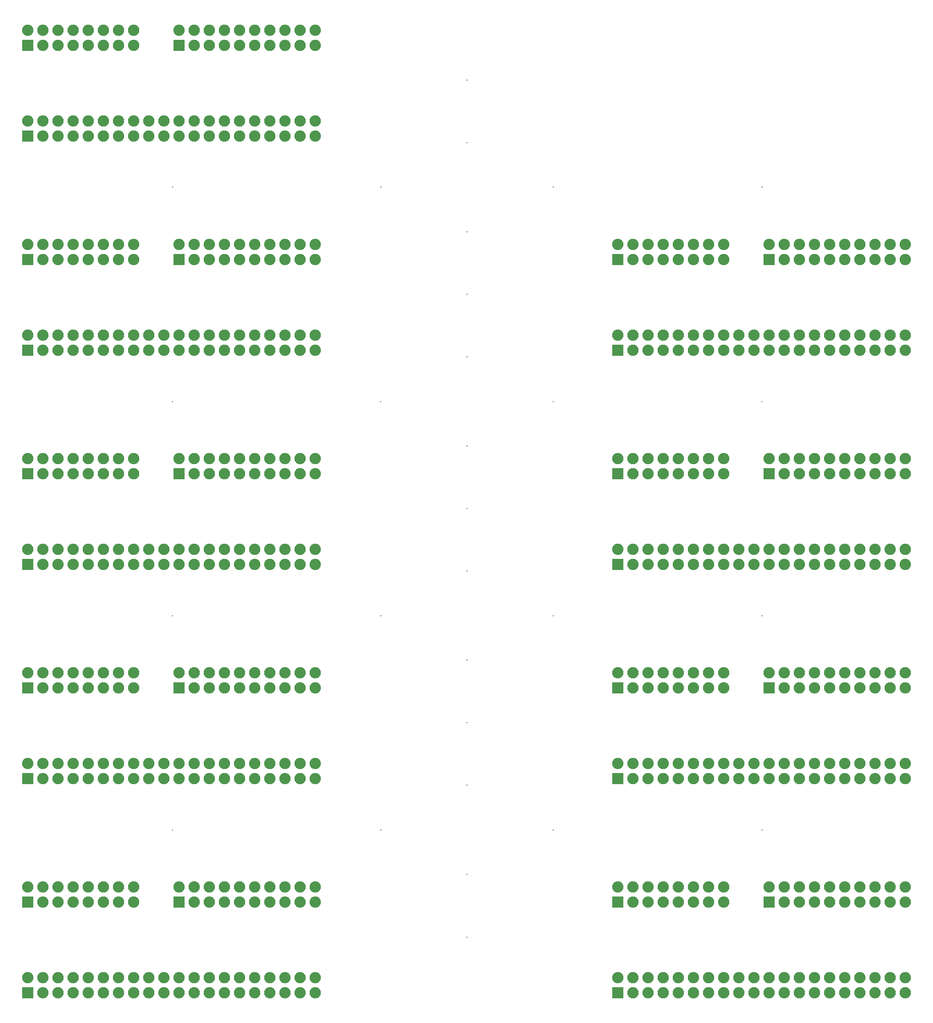
<source format=gts>
G04*
G04 #@! TF.GenerationSoftware,Altium Limited,Altium Designer,22.6.1 (34)*
G04*
G04 Layer_Color=8388736*
%FSLAX24Y24*%
%MOIN*%
G70*
G04*
G04 #@! TF.SameCoordinates,E1D52860-6489-4A1D-BE11-D1A6212AA477*
G04*
G04*
G04 #@! TF.FilePolarity,Negative*
G04*
G01*
G75*
%ADD24C,0.0080*%
%ADD25C,0.0749*%
%ADD26R,0.0749X0.0749*%
D24*
X19291Y56496D02*
D03*
X58268D02*
D03*
X44488D02*
D03*
X58268Y42323D02*
D03*
X44488D02*
D03*
X38780Y59449D02*
D03*
Y63583D02*
D03*
X58268Y28150D02*
D03*
X44488D02*
D03*
Y13976D02*
D03*
X58268D02*
D03*
X38780Y11024D02*
D03*
Y6890D02*
D03*
X19291Y13976D02*
D03*
X33071D02*
D03*
X38780Y16929D02*
D03*
Y21063D02*
D03*
Y25197D02*
D03*
X19291Y28150D02*
D03*
X33071D02*
D03*
X38780Y31102D02*
D03*
Y35236D02*
D03*
Y39370D02*
D03*
Y53543D02*
D03*
Y49409D02*
D03*
Y45276D02*
D03*
X33071Y42323D02*
D03*
X19291D02*
D03*
X33071Y56496D02*
D03*
D25*
X67724Y32539D02*
D03*
Y31539D02*
D03*
X66724Y32539D02*
D03*
Y31539D02*
D03*
X65724Y32539D02*
D03*
Y31539D02*
D03*
X64724Y32539D02*
D03*
Y31539D02*
D03*
X63724Y32539D02*
D03*
Y31539D02*
D03*
X62724Y32539D02*
D03*
Y31539D02*
D03*
X61724Y32539D02*
D03*
Y31539D02*
D03*
X60724Y32539D02*
D03*
Y31539D02*
D03*
X59724Y32539D02*
D03*
Y31539D02*
D03*
X58724Y32539D02*
D03*
Y31539D02*
D03*
X57724Y32539D02*
D03*
Y31539D02*
D03*
X56724Y32539D02*
D03*
Y31539D02*
D03*
X55724Y32539D02*
D03*
Y31539D02*
D03*
X54724Y32539D02*
D03*
Y31539D02*
D03*
X53724Y32539D02*
D03*
Y31539D02*
D03*
X52724Y32539D02*
D03*
Y31539D02*
D03*
X50724D02*
D03*
Y32539D02*
D03*
X49724Y31539D02*
D03*
Y32539D02*
D03*
X48724D02*
D03*
X51724D02*
D03*
Y31539D02*
D03*
X12748Y17366D02*
D03*
Y18366D02*
D03*
X9748D02*
D03*
X10748D02*
D03*
Y17366D02*
D03*
X11748Y18366D02*
D03*
Y17366D02*
D03*
X13748D02*
D03*
Y18366D02*
D03*
X14748Y17366D02*
D03*
Y18366D02*
D03*
X15748Y17366D02*
D03*
Y18366D02*
D03*
X16748Y17366D02*
D03*
Y18366D02*
D03*
X17748Y17366D02*
D03*
Y18366D02*
D03*
X18748Y17366D02*
D03*
Y18366D02*
D03*
X19748Y17366D02*
D03*
Y18366D02*
D03*
X20748Y17366D02*
D03*
Y18366D02*
D03*
X21748Y17366D02*
D03*
Y18366D02*
D03*
X22748Y17366D02*
D03*
Y18366D02*
D03*
X23748Y17366D02*
D03*
Y18366D02*
D03*
X24748Y17366D02*
D03*
Y18366D02*
D03*
X25748Y17366D02*
D03*
Y18366D02*
D03*
X26748Y17366D02*
D03*
Y18366D02*
D03*
X27748Y17366D02*
D03*
Y18366D02*
D03*
X28748Y17366D02*
D03*
Y18366D02*
D03*
X67724Y4193D02*
D03*
Y3193D02*
D03*
X66724Y4193D02*
D03*
Y3193D02*
D03*
X65724Y4193D02*
D03*
Y3193D02*
D03*
X64724Y4193D02*
D03*
Y3193D02*
D03*
X63724Y4193D02*
D03*
Y3193D02*
D03*
X62724Y4193D02*
D03*
Y3193D02*
D03*
X61724Y4193D02*
D03*
Y3193D02*
D03*
X60724Y4193D02*
D03*
Y3193D02*
D03*
X59724Y4193D02*
D03*
Y3193D02*
D03*
X58724Y4193D02*
D03*
Y3193D02*
D03*
X57724Y4193D02*
D03*
Y3193D02*
D03*
X56724Y4193D02*
D03*
Y3193D02*
D03*
X55724Y4193D02*
D03*
Y3193D02*
D03*
X54724Y4193D02*
D03*
Y3193D02*
D03*
X53724Y4193D02*
D03*
Y3193D02*
D03*
X52724Y4193D02*
D03*
Y3193D02*
D03*
X50724D02*
D03*
Y4193D02*
D03*
X49724Y3193D02*
D03*
Y4193D02*
D03*
X48724D02*
D03*
X51724D02*
D03*
Y3193D02*
D03*
X61724Y9193D02*
D03*
Y10193D02*
D03*
X58724D02*
D03*
X59724D02*
D03*
Y9193D02*
D03*
X60724Y10193D02*
D03*
Y9193D02*
D03*
X62724D02*
D03*
Y10193D02*
D03*
X63724Y9193D02*
D03*
Y10193D02*
D03*
X64724Y9193D02*
D03*
Y10193D02*
D03*
X65724Y9193D02*
D03*
Y10193D02*
D03*
X66724Y9193D02*
D03*
Y10193D02*
D03*
X67724Y9193D02*
D03*
Y10193D02*
D03*
X53724D02*
D03*
Y9193D02*
D03*
X52724Y10193D02*
D03*
Y9193D02*
D03*
X50724D02*
D03*
Y10193D02*
D03*
X49724Y9193D02*
D03*
Y10193D02*
D03*
X48724D02*
D03*
X51724D02*
D03*
Y9193D02*
D03*
X54724D02*
D03*
Y10193D02*
D03*
X55724Y9193D02*
D03*
Y10193D02*
D03*
X67724Y18366D02*
D03*
Y17366D02*
D03*
X66724Y18366D02*
D03*
Y17366D02*
D03*
X65724Y18366D02*
D03*
Y17366D02*
D03*
X64724Y18366D02*
D03*
Y17366D02*
D03*
X63724Y18366D02*
D03*
Y17366D02*
D03*
X62724Y18366D02*
D03*
Y17366D02*
D03*
X61724Y18366D02*
D03*
Y17366D02*
D03*
X60724Y18366D02*
D03*
Y17366D02*
D03*
X59724Y18366D02*
D03*
Y17366D02*
D03*
X58724Y18366D02*
D03*
Y17366D02*
D03*
X57724Y18366D02*
D03*
Y17366D02*
D03*
X56724Y18366D02*
D03*
Y17366D02*
D03*
X55724Y18366D02*
D03*
Y17366D02*
D03*
X54724Y18366D02*
D03*
Y17366D02*
D03*
X53724Y18366D02*
D03*
Y17366D02*
D03*
X52724Y18366D02*
D03*
Y17366D02*
D03*
X50724D02*
D03*
Y18366D02*
D03*
X49724Y17366D02*
D03*
Y18366D02*
D03*
X48724D02*
D03*
X51724D02*
D03*
Y17366D02*
D03*
X61724Y23366D02*
D03*
Y24366D02*
D03*
X58724D02*
D03*
X59724D02*
D03*
Y23366D02*
D03*
X60724Y24366D02*
D03*
Y23366D02*
D03*
X62724D02*
D03*
Y24366D02*
D03*
X63724Y23366D02*
D03*
Y24366D02*
D03*
X64724Y23366D02*
D03*
Y24366D02*
D03*
X65724Y23366D02*
D03*
Y24366D02*
D03*
X66724Y23366D02*
D03*
Y24366D02*
D03*
X67724Y23366D02*
D03*
Y24366D02*
D03*
X53724D02*
D03*
Y23366D02*
D03*
X52724Y24366D02*
D03*
Y23366D02*
D03*
X50724D02*
D03*
Y24366D02*
D03*
X49724Y23366D02*
D03*
Y24366D02*
D03*
X48724D02*
D03*
X51724D02*
D03*
Y23366D02*
D03*
X54724D02*
D03*
Y24366D02*
D03*
X55724Y23366D02*
D03*
Y24366D02*
D03*
X61724Y37539D02*
D03*
Y38539D02*
D03*
X58724D02*
D03*
X59724D02*
D03*
Y37539D02*
D03*
X60724Y38539D02*
D03*
Y37539D02*
D03*
X62724D02*
D03*
Y38539D02*
D03*
X63724Y37539D02*
D03*
Y38539D02*
D03*
X64724Y37539D02*
D03*
Y38539D02*
D03*
X65724Y37539D02*
D03*
Y38539D02*
D03*
X66724Y37539D02*
D03*
Y38539D02*
D03*
X67724Y37539D02*
D03*
Y38539D02*
D03*
X53724D02*
D03*
Y37539D02*
D03*
X52724Y38539D02*
D03*
Y37539D02*
D03*
X50724D02*
D03*
Y38539D02*
D03*
X49724Y37539D02*
D03*
Y38539D02*
D03*
X48724D02*
D03*
X51724D02*
D03*
Y37539D02*
D03*
X54724D02*
D03*
Y38539D02*
D03*
X55724Y37539D02*
D03*
Y38539D02*
D03*
X67724Y46713D02*
D03*
Y45713D02*
D03*
X66724Y46713D02*
D03*
Y45713D02*
D03*
X65724Y46713D02*
D03*
Y45713D02*
D03*
X64724Y46713D02*
D03*
Y45713D02*
D03*
X63724Y46713D02*
D03*
Y45713D02*
D03*
X62724Y46713D02*
D03*
Y45713D02*
D03*
X61724Y46713D02*
D03*
Y45713D02*
D03*
X60724Y46713D02*
D03*
Y45713D02*
D03*
X59724Y46713D02*
D03*
Y45713D02*
D03*
X58724Y46713D02*
D03*
Y45713D02*
D03*
X57724Y46713D02*
D03*
Y45713D02*
D03*
X56724Y46713D02*
D03*
Y45713D02*
D03*
X55724Y46713D02*
D03*
Y45713D02*
D03*
X54724Y46713D02*
D03*
Y45713D02*
D03*
X53724Y46713D02*
D03*
Y45713D02*
D03*
X52724Y46713D02*
D03*
Y45713D02*
D03*
X50724D02*
D03*
Y46713D02*
D03*
X49724Y45713D02*
D03*
Y46713D02*
D03*
X48724D02*
D03*
X51724D02*
D03*
Y45713D02*
D03*
X61724Y51713D02*
D03*
Y52713D02*
D03*
X58724D02*
D03*
X59724D02*
D03*
Y51713D02*
D03*
X60724Y52713D02*
D03*
Y51713D02*
D03*
X62724D02*
D03*
Y52713D02*
D03*
X63724Y51713D02*
D03*
Y52713D02*
D03*
X64724Y51713D02*
D03*
Y52713D02*
D03*
X65724Y51713D02*
D03*
Y52713D02*
D03*
X66724Y51713D02*
D03*
Y52713D02*
D03*
X67724Y51713D02*
D03*
Y52713D02*
D03*
X53724D02*
D03*
Y51713D02*
D03*
X52724Y52713D02*
D03*
Y51713D02*
D03*
X50724D02*
D03*
Y52713D02*
D03*
X49724Y51713D02*
D03*
Y52713D02*
D03*
X48724D02*
D03*
X51724D02*
D03*
Y51713D02*
D03*
X54724D02*
D03*
Y52713D02*
D03*
X55724Y51713D02*
D03*
Y52713D02*
D03*
X22748Y65886D02*
D03*
Y66886D02*
D03*
X19748D02*
D03*
X20748D02*
D03*
Y65886D02*
D03*
X21748Y66886D02*
D03*
Y65886D02*
D03*
X23748D02*
D03*
Y66886D02*
D03*
X24748Y65886D02*
D03*
Y66886D02*
D03*
X25748Y65886D02*
D03*
Y66886D02*
D03*
X26748Y65886D02*
D03*
Y66886D02*
D03*
X27748Y65886D02*
D03*
Y66886D02*
D03*
X28748Y65886D02*
D03*
Y66886D02*
D03*
X14748D02*
D03*
Y65886D02*
D03*
X13748Y66886D02*
D03*
Y65886D02*
D03*
X11748D02*
D03*
Y66886D02*
D03*
X10748Y65886D02*
D03*
Y66886D02*
D03*
X9748D02*
D03*
X12748D02*
D03*
Y65886D02*
D03*
X15748D02*
D03*
Y66886D02*
D03*
X16748Y65886D02*
D03*
Y66886D02*
D03*
X28748Y60886D02*
D03*
Y59886D02*
D03*
X27748Y60886D02*
D03*
Y59886D02*
D03*
X26748Y60886D02*
D03*
Y59886D02*
D03*
X25748Y60886D02*
D03*
Y59886D02*
D03*
X24748Y60886D02*
D03*
Y59886D02*
D03*
X23748Y60886D02*
D03*
Y59886D02*
D03*
X22748Y60886D02*
D03*
Y59886D02*
D03*
X21748Y60886D02*
D03*
Y59886D02*
D03*
X20748Y60886D02*
D03*
Y59886D02*
D03*
X19748Y60886D02*
D03*
Y59886D02*
D03*
X18748Y60886D02*
D03*
Y59886D02*
D03*
X17748Y60886D02*
D03*
Y59886D02*
D03*
X16748Y60886D02*
D03*
Y59886D02*
D03*
X15748Y60886D02*
D03*
Y59886D02*
D03*
X14748Y60886D02*
D03*
Y59886D02*
D03*
X13748Y60886D02*
D03*
Y59886D02*
D03*
X11748D02*
D03*
Y60886D02*
D03*
X10748Y59886D02*
D03*
Y60886D02*
D03*
X9748D02*
D03*
X12748D02*
D03*
Y59886D02*
D03*
X22748Y51713D02*
D03*
Y52713D02*
D03*
X19748D02*
D03*
X20748D02*
D03*
Y51713D02*
D03*
X21748Y52713D02*
D03*
Y51713D02*
D03*
X23748D02*
D03*
Y52713D02*
D03*
X24748Y51713D02*
D03*
Y52713D02*
D03*
X25748Y51713D02*
D03*
Y52713D02*
D03*
X26748Y51713D02*
D03*
Y52713D02*
D03*
X27748Y51713D02*
D03*
Y52713D02*
D03*
X28748Y51713D02*
D03*
Y52713D02*
D03*
X14748D02*
D03*
Y51713D02*
D03*
X13748Y52713D02*
D03*
Y51713D02*
D03*
X11748D02*
D03*
Y52713D02*
D03*
X10748Y51713D02*
D03*
Y52713D02*
D03*
X9748D02*
D03*
X12748D02*
D03*
Y51713D02*
D03*
X15748D02*
D03*
Y52713D02*
D03*
X16748Y51713D02*
D03*
Y52713D02*
D03*
X28748Y46713D02*
D03*
Y45713D02*
D03*
X27748Y46713D02*
D03*
Y45713D02*
D03*
X26748Y46713D02*
D03*
Y45713D02*
D03*
X25748Y46713D02*
D03*
Y45713D02*
D03*
X24748Y46713D02*
D03*
Y45713D02*
D03*
X23748Y46713D02*
D03*
Y45713D02*
D03*
X22748Y46713D02*
D03*
Y45713D02*
D03*
X21748Y46713D02*
D03*
Y45713D02*
D03*
X20748Y46713D02*
D03*
Y45713D02*
D03*
X19748Y46713D02*
D03*
Y45713D02*
D03*
X18748Y46713D02*
D03*
Y45713D02*
D03*
X17748Y46713D02*
D03*
Y45713D02*
D03*
X16748Y46713D02*
D03*
Y45713D02*
D03*
X15748Y46713D02*
D03*
Y45713D02*
D03*
X14748Y46713D02*
D03*
Y45713D02*
D03*
X13748Y46713D02*
D03*
Y45713D02*
D03*
X11748D02*
D03*
Y46713D02*
D03*
X10748Y45713D02*
D03*
Y46713D02*
D03*
X9748D02*
D03*
X12748D02*
D03*
Y45713D02*
D03*
X22748Y37539D02*
D03*
Y38539D02*
D03*
X19748D02*
D03*
X20748D02*
D03*
Y37539D02*
D03*
X21748Y38539D02*
D03*
Y37539D02*
D03*
X23748D02*
D03*
Y38539D02*
D03*
X24748Y37539D02*
D03*
Y38539D02*
D03*
X25748Y37539D02*
D03*
Y38539D02*
D03*
X26748Y37539D02*
D03*
Y38539D02*
D03*
X27748Y37539D02*
D03*
Y38539D02*
D03*
X28748Y37539D02*
D03*
Y38539D02*
D03*
X14748D02*
D03*
Y37539D02*
D03*
X13748Y38539D02*
D03*
Y37539D02*
D03*
X11748D02*
D03*
Y38539D02*
D03*
X10748Y37539D02*
D03*
Y38539D02*
D03*
X9748D02*
D03*
X12748D02*
D03*
Y37539D02*
D03*
X15748D02*
D03*
Y38539D02*
D03*
X16748Y37539D02*
D03*
Y38539D02*
D03*
X28748Y32539D02*
D03*
Y31539D02*
D03*
X27748Y32539D02*
D03*
Y31539D02*
D03*
X26748Y32539D02*
D03*
Y31539D02*
D03*
X25748Y32539D02*
D03*
Y31539D02*
D03*
X24748Y32539D02*
D03*
Y31539D02*
D03*
X23748Y32539D02*
D03*
Y31539D02*
D03*
X22748Y32539D02*
D03*
Y31539D02*
D03*
X21748Y32539D02*
D03*
Y31539D02*
D03*
X20748Y32539D02*
D03*
Y31539D02*
D03*
X19748Y32539D02*
D03*
Y31539D02*
D03*
X18748Y32539D02*
D03*
Y31539D02*
D03*
X17748Y32539D02*
D03*
Y31539D02*
D03*
X16748Y32539D02*
D03*
Y31539D02*
D03*
X15748Y32539D02*
D03*
Y31539D02*
D03*
X14748Y32539D02*
D03*
Y31539D02*
D03*
X13748Y32539D02*
D03*
Y31539D02*
D03*
X11748D02*
D03*
Y32539D02*
D03*
X10748Y31539D02*
D03*
Y32539D02*
D03*
X9748D02*
D03*
X12748D02*
D03*
Y31539D02*
D03*
X22748Y23366D02*
D03*
Y24366D02*
D03*
X19748D02*
D03*
X20748D02*
D03*
Y23366D02*
D03*
X21748Y24366D02*
D03*
Y23366D02*
D03*
X23748D02*
D03*
Y24366D02*
D03*
X24748Y23366D02*
D03*
Y24366D02*
D03*
X25748Y23366D02*
D03*
Y24366D02*
D03*
X26748Y23366D02*
D03*
Y24366D02*
D03*
X27748Y23366D02*
D03*
Y24366D02*
D03*
X28748Y23366D02*
D03*
Y24366D02*
D03*
X14748D02*
D03*
Y23366D02*
D03*
X13748Y24366D02*
D03*
Y23366D02*
D03*
X11748D02*
D03*
Y24366D02*
D03*
X10748Y23366D02*
D03*
Y24366D02*
D03*
X9748D02*
D03*
X12748D02*
D03*
Y23366D02*
D03*
X15748D02*
D03*
Y24366D02*
D03*
X16748Y23366D02*
D03*
Y24366D02*
D03*
X22748Y9193D02*
D03*
Y10193D02*
D03*
X19748D02*
D03*
X20748D02*
D03*
Y9193D02*
D03*
X21748Y10193D02*
D03*
Y9193D02*
D03*
X23748D02*
D03*
Y10193D02*
D03*
X24748Y9193D02*
D03*
Y10193D02*
D03*
X25748Y9193D02*
D03*
Y10193D02*
D03*
X26748Y9193D02*
D03*
Y10193D02*
D03*
X27748Y9193D02*
D03*
Y10193D02*
D03*
X28748Y9193D02*
D03*
Y10193D02*
D03*
Y4193D02*
D03*
Y3193D02*
D03*
X27748Y4193D02*
D03*
Y3193D02*
D03*
X26748Y4193D02*
D03*
Y3193D02*
D03*
X25748Y4193D02*
D03*
Y3193D02*
D03*
X24748Y4193D02*
D03*
Y3193D02*
D03*
X23748Y4193D02*
D03*
Y3193D02*
D03*
X22748Y4193D02*
D03*
Y3193D02*
D03*
X21748Y4193D02*
D03*
Y3193D02*
D03*
X20748Y4193D02*
D03*
Y3193D02*
D03*
X19748Y4193D02*
D03*
Y3193D02*
D03*
X18748Y4193D02*
D03*
Y3193D02*
D03*
X17748Y4193D02*
D03*
Y3193D02*
D03*
X16748Y4193D02*
D03*
Y3193D02*
D03*
X15748Y4193D02*
D03*
Y3193D02*
D03*
X14748Y4193D02*
D03*
Y3193D02*
D03*
X13748Y4193D02*
D03*
Y3193D02*
D03*
X11748D02*
D03*
Y4193D02*
D03*
X10748Y3193D02*
D03*
Y4193D02*
D03*
X9748D02*
D03*
X12748D02*
D03*
Y3193D02*
D03*
X14748Y10193D02*
D03*
Y9193D02*
D03*
X13748Y10193D02*
D03*
Y9193D02*
D03*
X11748D02*
D03*
Y10193D02*
D03*
X10748Y9193D02*
D03*
Y10193D02*
D03*
X9748D02*
D03*
X12748D02*
D03*
Y9193D02*
D03*
X15748D02*
D03*
Y10193D02*
D03*
X16748Y9193D02*
D03*
Y10193D02*
D03*
D26*
X48724Y31539D02*
D03*
X9748Y17366D02*
D03*
X48724Y3193D02*
D03*
X58724Y9193D02*
D03*
X48724D02*
D03*
Y17366D02*
D03*
X58724Y23366D02*
D03*
X48724D02*
D03*
X58724Y37539D02*
D03*
X48724D02*
D03*
Y45713D02*
D03*
X58724Y51713D02*
D03*
X48724D02*
D03*
X19748Y65886D02*
D03*
X9748D02*
D03*
Y59886D02*
D03*
X19748Y51713D02*
D03*
X9748D02*
D03*
Y45713D02*
D03*
X19748Y37539D02*
D03*
X9748D02*
D03*
Y31539D02*
D03*
X19748Y23366D02*
D03*
X9748D02*
D03*
X19748Y9193D02*
D03*
X9748Y3193D02*
D03*
Y9193D02*
D03*
M02*

</source>
